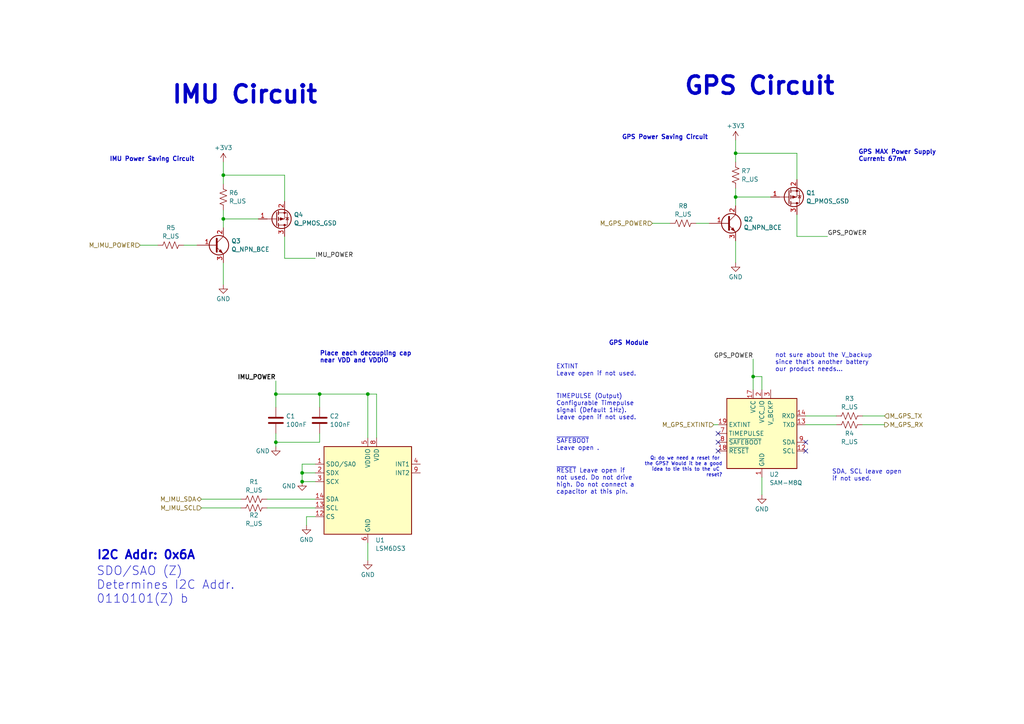
<source format=kicad_sch>
(kicad_sch (version 20230121) (generator eeschema)
  (paper "A4")
  (lib_symbols
    (symbol "Device:C" (pin_numbers hide) (pin_names (offset 0.254))
      (property "Reference" "C" (at 0.635 2.54 0))
      (property "Value" "C" (at 0.635 -2.54 0))
      (symbol "C_0_1"
        (polyline (pts (xy -2.032 -0.762) (xy 2.032 -0.762)) (stroke (width 0.508)))
        (polyline (pts (xy -2.032 0.762) (xy 2.032 0.762)) (stroke (width 0.508)))
      )
      (symbol "C_1_1"
        (pin passive line (at 0 3.81 270) (length 2.794) (name "~") (number "1"))
        (pin passive line (at 0 -3.81 90) (length 2.794) (name "~") (number "2"))
      )
    )
    (symbol "Device:Q_NPN_BCE" (pin_names (offset 0) hide)
      (property "Reference" "Q" (at 5.08 1.27 0))
      (property "Value" "Q_NPN_BCE" (at 5.08 -1.27 0))
      (symbol "Q_NPN_BCE_0_1"
        (polyline (pts (xy 0.635 0.635) (xy 2.54 2.54)))
        (polyline (pts (xy 0.635 -0.635) (xy 2.54 -2.54) (xy 2.54 -2.54)))
        (polyline (pts (xy 0.635 1.905) (xy 0.635 -1.905) (xy 0.635 -1.905)) (stroke (width 0.508)))
        (polyline (pts (xy 1.27 -1.778) (xy 1.778 -1.27) (xy 2.286 -2.286) (xy 1.27 -1.778) (xy 1.27 -1.778)) (fill (type outline)))
        (circle (center 1.27 0) (radius 2.8194) (stroke (width 0.254)))
      )
      (symbol "Q_NPN_BCE_1_1"
        (pin input line (at -5.08 0 0) (length 5.715) (name "B") (number "1"))
        (pin passive line (at 2.54 5.08 270) (length 2.54) (name "C") (number "2"))
        (pin passive line (at 2.54 -5.08 90) (length 2.54) (name "E") (number "3"))
      )
    )
    (symbol "Device:Q_PMOS_GSD" (pin_names (offset 0) hide)
      (property "Reference" "Q" (at 5.08 1.27 0))
      (property "Value" "Q_PMOS_GSD" (at 5.08 -1.27 0))
      (symbol "Q_PMOS_GSD_0_1"
        (polyline (pts (xy 0.254 0) (xy -2.54 0)))
        (polyline (pts (xy 0.254 1.905) (xy 0.254 -1.905)) (stroke (width 0.254)))
        (polyline (pts (xy 0.762 -1.27) (xy 0.762 -2.286)) (stroke (width 0.254)))
        (polyline (pts (xy 0.762 0.508) (xy 0.762 -0.508)) (stroke (width 0.254)))
        (polyline (pts (xy 0.762 2.286) (xy 0.762 1.27)) (stroke (width 0.254)))
        (polyline (pts (xy 2.54 2.54) (xy 2.54 1.778)))
        (polyline (pts (xy 2.54 -2.54) (xy 2.54 0) (xy 0.762 0)))
        (polyline (pts (xy 0.762 1.778) (xy 3.302 1.778) (xy 3.302 -1.778) (xy 0.762 -1.778)))
        (polyline (pts (xy 2.286 0) (xy 1.27 0.381) (xy 1.27 -0.381) (xy 2.286 0)) (fill (type outline)))
        (polyline (pts (xy 2.794 -0.508) (xy 2.921 -0.381) (xy 3.683 -0.381) (xy 3.81 -0.254)))
        (polyline (pts (xy 3.302 -0.381) (xy 2.921 0.254) (xy 3.683 0.254) (xy 3.302 -0.381)))
        (circle (center 1.651 0) (radius 2.794) (stroke (width 0.254)))
        (circle (center 2.54 -1.778) (radius 0.254) (fill (type outline)))
        (circle (center 2.54 1.778) (radius 0.254) (fill (type outline)))
      )
      (symbol "Q_PMOS_GSD_1_1"
        (pin input line (at -5.08 0 0) (length 2.54) (name "G") (number "1"))
        (pin passive line (at 2.54 -5.08 90) (length 2.54) (name "S") (number "2"))
        (pin passive line (at 2.54 5.08 270) (length 2.54) (name "D") (number "3"))
      )
    )
    (symbol "Device:R_US" (pin_numbers hide) (pin_names (offset 0))
      (property "Reference" "R" (at 2.54 0 90))
      (property "Value" "R_US" (at -2.54 0 90))
      (symbol "R_US_0_1"
        (polyline (pts (xy 0 -2.286) (xy 0 -2.54)))
        (polyline (pts (xy 0 2.286) (xy 0 2.54)))
        (polyline (pts (xy 0 -0.762) (xy 1.016 -1.143) (xy 0 -1.524) (xy -1.016 -1.905) (xy 0 -2.286)))
        (polyline (pts (xy 0 0.762) (xy 1.016 0.381) (xy 0 0) (xy -1.016 -0.381) (xy 0 -0.762)))
        (polyline (pts (xy 0 2.286) (xy 1.016 1.905) (xy 0 1.524) (xy -1.016 1.143) (xy 0 0.762)))
      )
      (symbol "R_US_1_1"
        (pin passive line (at 0 3.81 270) (length 1.27) (name "~") (number "1"))
        (pin passive line (at 0 -3.81 90) (length 1.27) (name "~") (number "2"))
      )
    )
    (symbol "RF_GPS:SAM-M8Q"
      (property "Reference" "U" (at -8.89 11.43 0))
      (property "Value" "SAM-M8Q" (at 8.89 11.43 0))
      (symbol "SAM-M8Q_0_1"
        (rectangle (start -10.16 10.16) (end 10.16 -10.16) (stroke (width 0.254)) (fill (type background)))
      )
      (symbol "SAM-M8Q_1_1"
        (pin power_in line (at 0 -12.7 90) (length 2.54) (name "GND") (number "1"))
        (pin passive line (at 0 -12.7 90) (length 2.54) hide (name "GND") (number "10"))
        (pin passive line (at 0 -12.7 90) (length 2.54) hide (name "GND") (number "11"))
        (pin input line (at 12.7 -5.08 180) (length 2.54) (name "SCL") (number "12"))
        (pin output line (at 12.7 2.54 180) (length 2.54) (name "TXD") (number "13"))
        (pin input line (at 12.7 5.08 180) (length 2.54) (name "RXD") (number "14"))
        (pin passive line (at 0 -12.7 90) (length 2.54) hide (name "GND") (number "15"))
        (pin passive line (at 0 -12.7 90) (length 2.54) hide (name "GND") (number "16"))
        (pin power_in line (at -2.54 12.7 270) (length 2.54) (name "VCC") (number "17"))
        (pin input line (at -12.7 -5.08 0) (length 2.54) (name "~{RESET}") (number "18"))
        (pin input line (at -12.7 2.54 0) (length 2.54) (name "EXTINT") (number "19"))
        (pin power_in line (at 0 12.7 270) (length 2.54) (name "VCC_IO") (number "2"))
        (pin passive line (at 0 -12.7 90) (length 2.54) hide (name "GND") (number "20"))
        (pin power_in line (at 2.54 12.7 270) (length 2.54) (name "V_BCKP") (number "3"))
        (pin passive line (at 0 -12.7 90) (length 2.54) hide (name "GND") (number "4"))
        (pin passive line (at 0 -12.7 90) (length 2.54) hide (name "GND") (number "5"))
        (pin passive line (at 0 -12.7 90) (length 2.54) hide (name "GND") (number "6"))
        (pin output line (at -12.7 0 0) (length 2.54) (name "TIMEPULSE") (number "7"))
        (pin input line (at -12.7 -2.54 0) (length 2.54) (name "~{SAFEBOOT}") (number "8"))
        (pin bidirectional line (at 12.7 -2.54 180) (length 2.54) (name "SDA") (number "9"))
      )
    )
    (symbol "Sensor_Motion:LSM6DS3"
      (property "Reference" "U" (at -11.43 15.24 0))
      (property "Value" "LSM6DS3" (at -11.43 12.7 0))
      (symbol "LSM6DS3_0_1"
        (rectangle (start -12.7 12.7) (end 12.7 -12.7) (stroke (width 0.254)) (fill (type background)))
      )
      (symbol "LSM6DS3_1_1"
        (pin bidirectional line (at -15.24 7.62 0) (length 2.54) (name "SDO/SA0") (number "1"))
        (pin no_connect line (at 12.7 -5.08 180) (length 3.81) hide (name "NC") (number "10"))
        (pin no_connect line (at 12.7 -2.54 180) (length 3.81) hide (name "NC") (number "11"))
        (pin input line (at -15.24 -7.62 0) (length 2.54) (name "CS") (number "12"))
        (pin input line (at -15.24 -5.08 0) (length 2.54) (name "SCL") (number "13"))
        (pin bidirectional line (at -15.24 -2.54 0) (length 2.54) (name "SDA") (number "14"))
        (pin bidirectional line (at -15.24 5.08 0) (length 2.54) (name "SDX") (number "2"))
        (pin input line (at -15.24 2.54 0) (length 2.54) (name "SCX") (number "3"))
        (pin output line (at 15.24 7.62 180) (length 2.54) (name "INT1") (number "4"))
        (pin power_in line (at 0 15.24 270) (length 2.54) (name "VDDIO") (number "5"))
        (pin power_in line (at 0 -15.24 90) (length 2.54) (name "GND") (number "6"))
        (pin passive line (at 0 -15.24 90) (length 2.54) hide (name "GND") (number "7"))
        (pin power_in line (at 2.54 15.24 270) (length 2.54) (name "VDD") (number "8"))
        (pin output line (at 15.24 5.08 180) (length 2.54) (name "INT2") (number "9"))
      )
    )
    (symbol "power:+3V3" (power) (pin_names (offset 0))
      (property "Value" "+3V3" (at 0 3.556 0))
      (symbol "+3V3_0_1"
        (polyline (pts (xy -0.762 1.27) (xy 0 2.54)))
        (polyline (pts (xy 0 0) (xy 0 2.54)))
        (polyline (pts (xy 0 2.54) (xy 0.762 1.27)))
      )
      (symbol "+3V3_1_1"
        (pin power_in line (at 0 0 90) (length 0) hide (name "+3V3") (number "1"))
      )
    )
    (symbol "power:GND" (power) (pin_names (offset 0))
      (property "Value" "GND" (at 0 -3.81 0))
      (symbol "GND_0_1"
        (polyline (pts (xy 0 0) (xy 0 -1.27) (xy 1.27 -1.27) (xy 0 -2.54) (xy -1.27 -1.27) (xy 0 -1.27)))
      )
      (symbol "GND_1_1"
        (pin power_in line (at 0 0 270) (length 0) hide (name "GND") (number "1"))
      )
    )
  )
  (junction (at 106.68 114.3))
  (junction (at 213.36 57.15))
  (junction (at 213.36 44.45))
  (junction (at 80.01 114.3))
  (junction (at 218.44 109.22))
  (junction (at 87.63 139.7))
  (junction (at 64.77 50.8))
  (junction (at 64.77 63.5))
  (junction (at 80.01 128.27))
  (junction (at 92.71 114.3))
  (junction (at 87.63 137.16))
  (no_connect (at 208.28 125.73))
  (no_connect (at 233.68 130.81))
  (no_connect (at 208.28 130.81))
  (no_connect (at 233.68 128.27))
  (no_connect (at 208.28 128.27))
  (wire (pts (xy 64.77 60.96) (xy 64.77 63.5)))
  (wire (pts (xy 91.44 137.16) (xy 87.63 137.16)))
  (wire (pts (xy 109.22 114.3) (xy 109.22 127)))
  (wire (pts (xy 231.14 68.58) (xy 240.03 68.58)))
  (wire (pts (xy 218.44 104.14) (xy 218.44 109.22)))
  (wire (pts (xy 82.55 68.58) (xy 82.55 74.93)))
  (wire (pts (xy 223.52 57.15) (xy 213.36 57.15)))
  (wire (pts (xy 87.63 139.7) (xy 91.44 139.7)))
  (wire (pts (xy 40.64 71.12) (xy 45.72 71.12)))
  (wire (pts (xy 213.36 54.61) (xy 213.36 57.15)))
  (wire (pts (xy 53.34 71.12) (xy 57.15 71.12)))
  (wire (pts (xy 106.68 157.48) (xy 106.68 162.56)))
  (wire (pts (xy 80.01 128.27) (xy 92.71 128.27)))
  (wire (pts (xy 82.55 50.8) (xy 82.55 58.42)))
  (wire (pts (xy 213.36 57.15) (xy 213.36 59.69)))
  (wire (pts (xy 64.77 46.99) (xy 64.77 50.8)))
  (wire (pts (xy 58.42 147.32) (xy 69.85 147.32)))
  (wire (pts (xy 87.63 137.16) (xy 87.63 139.7)))
  (wire (pts (xy 189.23 64.77) (xy 194.31 64.77)))
  (wire (pts (xy 106.68 114.3) (xy 109.22 114.3)))
  (wire (pts (xy 233.68 123.19) (xy 242.57 123.19)))
  (wire (pts (xy 77.47 147.32) (xy 91.44 147.32)))
  (wire (pts (xy 87.63 134.62) (xy 87.63 137.16)))
  (wire (pts (xy 207.01 123.19) (xy 208.28 123.19)))
  (wire (pts (xy 58.42 144.78) (xy 69.85 144.78)))
  (wire (pts (xy 80.01 128.27) (xy 80.01 129.54)))
  (wire (pts (xy 77.47 144.78) (xy 91.44 144.78)))
  (wire (pts (xy 91.44 134.62) (xy 87.63 134.62)))
  (wire (pts (xy 231.14 44.45) (xy 231.14 52.07)))
  (wire (pts (xy 218.44 109.22) (xy 220.98 109.22)))
  (wire (pts (xy 80.01 114.3) (xy 92.71 114.3)))
  (wire (pts (xy 201.93 64.77) (xy 205.74 64.77)))
  (wire (pts (xy 64.77 63.5) (xy 64.77 66.04)))
  (wire (pts (xy 80.01 114.3) (xy 80.01 118.11)))
  (wire (pts (xy 213.36 40.64) (xy 213.36 44.45)))
  (wire (pts (xy 233.68 120.65) (xy 242.57 120.65)))
  (wire (pts (xy 213.36 69.85) (xy 213.36 76.2)))
  (wire (pts (xy 231.14 62.23) (xy 231.14 68.58)))
  (wire (pts (xy 80.01 110.49) (xy 80.01 114.3)))
  (wire (pts (xy 220.98 138.43) (xy 220.98 143.51)))
  (wire (pts (xy 64.77 53.34) (xy 64.77 50.8)))
  (wire (pts (xy 250.19 123.19) (xy 256.54 123.19)))
  (wire (pts (xy 213.36 46.99) (xy 213.36 44.45)))
  (wire (pts (xy 92.71 118.11) (xy 92.71 114.3)))
  (wire (pts (xy 64.77 50.8) (xy 82.55 50.8)))
  (wire (pts (xy 82.55 74.93) (xy 91.44 74.93)))
  (wire (pts (xy 88.9 152.4) (xy 88.9 149.86)))
  (wire (pts (xy 80.01 125.73) (xy 80.01 128.27)))
  (wire (pts (xy 88.9 149.86) (xy 91.44 149.86)))
  (wire (pts (xy 220.98 109.22) (xy 220.98 113.03)))
  (wire (pts (xy 92.71 125.73) (xy 92.71 128.27)))
  (wire (pts (xy 64.77 76.2) (xy 64.77 82.55)))
  (wire (pts (xy 218.44 109.22) (xy 218.44 113.03)))
  (wire (pts (xy 106.68 114.3) (xy 106.68 127)))
  (wire (pts (xy 92.71 114.3) (xy 106.68 114.3)))
  (wire (pts (xy 74.93 63.5) (xy 64.77 63.5)))
  (wire (pts (xy 213.36 44.45) (xy 231.14 44.45)))
  (wire (pts (xy 250.19 120.65) (xy 256.54 120.65)))
  (text "~{RESET} Leave open if\nnot used. Do not drive\nhigh. Do not connect a\ncapacitor at this pin." (at 161.29 143.51 0) (effects (font (size 1.27 1.27)) (justify left bottom)))
  (text "Place each decoupling cap\nnear VDD and VDDIO" (at 92.71 105.41 0) (effects (font (size 1.27 1.27) bold) (justify left bottom)))
  (text "Q: do we need a reset for \nthe GPS? Would it be a good\nidea to tie this to the uC \nreset?" (at 209.55 138.43 0) (effects (font (size 1 1)) (justify right bottom)))
  (text "GPS Power Saving Circuit" (at 180.34 40.64 0) (effects (font (size 1.27 1.27) bold) (justify left bottom)))
  (text "SDA, SCL leave open\nif not used." (at 241.3 139.7 0) (effects (font (size 1.27 1.27)) (justify left bottom)))
  (text "IMU Power Saving Circuit" (at 31.75 46.99 0) (effects (font (size 1.27 1.27) bold) (justify left bottom)))
  (text "not sure about the V_backup \nsince that's another battery \nour product needs..." (at 224.79 107.95 0) (effects (font (size 1.27 1.27)) (justify left bottom)))
  (text "GPS Circuit" (at 198.12 27.94 0) (effects (font (size 5 5) (thickness 1) bold) (justify left bottom)))
  (text "TIMEPULSE (Output)\nConfigurable Timepulse\nsignal (Default 1Hz).\nLeave open if not used." (at 161.29 121.92 0) (effects (font (size 1.27 1.27)) (justify left bottom)))
  (text "GPS Module" (at 176.53 100.33 0) (effects (font (size 1.27 1.27) bold) (justify left bottom)))
  (text "IMU Circuit" (at 49.53 30.48 0) (effects (font (size 5 5) (thickness 1) bold) (justify left bottom)))
  (text "SDO/SAO (Z) \nDetermines I2C Addr.\n0110101(Z) b\n" (at 27.94 175.26 0) (effects (font (size 2.5 2.5)) (justify left bottom)))
  (text "EXTINT\nLeave open if not used." (at 161.29 109.22 0) (effects (font (size 1.27 1.27)) (justify left bottom)))
  (text "GPS MAX Power Supply\nCurrent: 67mA" (at 248.92 46.99 0) (effects (font (size 1.27 1.27) bold) (justify left bottom)))
  (text "I2C Addr: 0x6A" (at 27.94 162.56 0) (effects (font (size 2.5 2.5) (thickness 0.5) bold) (justify left bottom)))
  (text "~{SAFEBOOT}\nLeave open ." (at 161.29 130.81 0) (effects (font (size 1.27 1.27)) (justify left bottom)))
  (label "GPS_POWER" (at 240.03 68.58 0))
  (label "IMU_POWER" (at 91.44 74.93 0))
  (label "GPS_POWER" (at 218.44 104.14 180))
  (label "IMU_POWER" (at 80.01 110.49 180) (effects (font bold)))
  (hierarchical_label "M_IMU_SCL" (shape input) (at 58.42 147.32 180))
  (hierarchical_label "M_GPS_TX" (shape input) (at 256.54 120.65 0))
  (hierarchical_label "M_GPS_RX" (shape output) (at 256.54 123.19 0))
  (hierarchical_label "M_IMU_SDA" (shape bidirectional) (at 58.42 144.78 180))
  (hierarchical_label "M_GPS_POWER" (shape input) (at 189.23 64.77 180))
  (hierarchical_label "M_IMU_POWER" (shape input) (at 40.64 71.12 180))
  (hierarchical_label "M_GPS_EXTINT" (shape input) (at 207.01 123.19 180))
  (symbol (lib_id "Sensor_Motion:LSM6DS3") (at 106.68 142.24 0) (unit 1)
    (property "Reference" "U1" (at 108.8741 156.6601 0) (effects (justify left)))
    (property "Value" "LSM6DS3" (at 108.8741 159.0843 0) (effects (justify left)))
    (property "Footprint" "Package_LGA:LGA-14_3x2.5mm_P0.5mm_LayoutBorder3x4y" (effects hide))
    (property "Datasheet" "https://www.st.com/resource/en/datasheet/lsm6ds3tr-c.pdf" (effects hide))
  )
  (symbol (lib_id "Device:R_US") (at 73.66 147.32 90) (unit 1)
    (property "Reference" "R2" (at 73.66 148.7058 90) (effects (justify bottom)))
    (property "Value" "R_US" (at 73.66 151.13 90) (effects (justify bottom)))
  )
  (symbol (lib_id "Device:Q_PMOS_GSD") (at 228.6 57.15 0) (mirror x) (unit 1)
    (property "Reference" "Q1" (at 233.807 55.9379 0) (effects (justify left)))
    (property "Value" "Q_PMOS_GSD" (at 233.807 58.3621 0) (effects (justify left)))
  )
  (symbol (lib_id "power:GND") (at 64.77 82.55 0) (unit 1)
    (property "Reference" "#PWR06" (effects hide))
    (property "Value" "GND" (at 64.77 86.6831 0))
  )
  (symbol (lib_id "Device:Q_NPN_BCE") (at 210.82 64.77 0) (unit 1)
    (property "Reference" "Q2" (at 215.6714 63.5579 0) (effects (justify left)))
    (property "Value" "Q_NPN_BCE" (at 215.6714 65.9821 0) (effects (justify left)))
  )
  (symbol (lib_id "Device:C") (at 80.01 121.92 0) (unit 1)
    (property "Reference" "C1" (at 82.931 120.7079 0) (effects (justify left)))
    (property "Value" "100nF" (at 82.931 123.1321 0) (effects (justify left)))
  )
  (symbol (lib_id "Device:R_US") (at 213.36 50.8 0) (unit 1)
    (property "Reference" "R7" (at 215.011 49.5879 0) (effects (justify left)))
    (property "Value" "R_US" (at 215.011 52.0121 0) (effects (justify left)))
  )
  (symbol (lib_id "power:GND") (at 213.36 76.2 0) (unit 1)
    (property "Reference" "#PWR010" (effects hide))
    (property "Value" "GND" (at 213.36 80.3331 0))
  )
  (symbol (lib_id "power:+3V3") (at 64.77 46.99 0) (unit 1)
    (property "Reference" "#PWR04" (effects hide))
    (property "Value" "+3V3" (at 64.77 42.8569 0))
  )
  (symbol (lib_id "Device:R_US") (at 73.66 144.78 90) (unit 1)
    (property "Reference" "R1" (at 73.66 139.7467 90))
    (property "Value" "R_US" (at 73.66 142.1709 90))
  )
  (symbol (lib_id "power:GND") (at 88.9 152.4 0) (unit 1)
    (property "Reference" "#PWR08" (effects hide))
    (property "Value" "GND" (at 88.9 156.5331 0))
  )
  (symbol (lib_id "power:GND") (at 220.98 143.51 0) (unit 1)
    (property "Reference" "#PWR05" (effects hide))
    (property "Value" "GND" (at 220.98 147.6431 0))
  )
  (symbol (lib_id "RF_GPS:SAM-M8Q") (at 220.98 125.73 0) (unit 1)
    (property "Reference" "U2" (at 223.1741 137.6101 0) (effects (justify left)))
    (property "Value" "SAM-M8Q" (at 223.1741 140.0343 0) (effects (justify left)))
    (property "Footprint" "RF_GPS:ublox_SAM-M8Q" (effects hide))
    (property "Datasheet" "https://www.u-blox.com/sites/default/files/SAM-M8Q_DataSheet_%28UBX-16012619%29.pdf" (effects hide))
  )
  (symbol (lib_id "Device:R_US") (at 49.53 71.12 90) (unit 1)
    (property "Reference" "R5" (at 49.53 66.0867 90))
    (property "Value" "R_US" (at 49.53 68.5109 90))
  )
  (symbol (lib_id "Device:Q_PMOS_GSD") (at 80.01 63.5 0) (mirror x) (unit 1)
    (property "Reference" "Q4" (at 85.217 62.2879 0) (effects (justify left)))
    (property "Value" "Q_PMOS_GSD" (at 85.217 64.7121 0) (effects (justify left)))
  )
  (symbol (lib_id "Device:Q_NPN_BCE") (at 62.23 71.12 0) (unit 1)
    (property "Reference" "Q3" (at 67.0814 69.9079 0) (effects (justify left)))
    (property "Value" "Q_NPN_BCE" (at 67.0814 72.3321 0) (effects (justify left)))
  )
  (symbol (lib_id "Device:R_US") (at 246.38 123.19 270) (unit 1)
    (property "Reference" "R4" (at 246.38 125.73 90))
    (property "Value" "R_US" (at 246.38 128.1542 90))
  )
  (symbol (lib_id "Device:C") (at 92.71 121.92 0) (unit 1)
    (property "Reference" "C2" (at 95.631 120.7079 0) (effects (justify left)))
    (property "Value" "100nF" (at 95.631 123.1321 0) (effects (justify left)))
  )
  (symbol (lib_id "Device:R_US") (at 198.12 64.77 90) (unit 1)
    (property "Reference" "R8" (at 198.12 59.7367 90))
    (property "Value" "R_US" (at 198.12 62.1609 90))
  )
  (symbol (lib_id "Device:R_US") (at 246.38 120.65 270) (unit 1)
    (property "Reference" "R3" (at 246.38 115.6167 90))
    (property "Value" "R_US" (at 246.38 118.0409 90))
  )
  (symbol (lib_id "power:GND") (at 80.01 129.54 0) (unit 1)
    (property "Reference" "#PWR07" (effects hide))
    (property "Value" "GND" (at 76.2 130.81 0))
  )
  (symbol (lib_id "power:+3V3") (at 213.36 40.64 0) (unit 1)
    (property "Reference" "#PWR09" (effects hide))
    (property "Value" "+3V3" (at 213.36 36.5069 0))
  )
  (symbol (lib_id "power:GND") (at 87.63 139.7 0) (unit 1)
    (property "Reference" "#PWR03" (effects hide))
    (property "Value" "GND" (at 83.82 140.97 0))
  )
  (symbol (lib_id "Device:R_US") (at 64.77 57.15 0) (unit 1)
    (property "Reference" "R6" (at 66.421 55.9379 0) (effects (justify left)))
    (property "Value" "R_US" (at 66.421 58.3621 0) (effects (justify left)))
  )
  (symbol (lib_id "power:GND") (at 106.68 162.56 0) (unit 1)
    (property "Reference" "#PWR02" (effects hide))
    (property "Value" "GND" (at 106.68 166.6931 0))
  )
)
</source>
